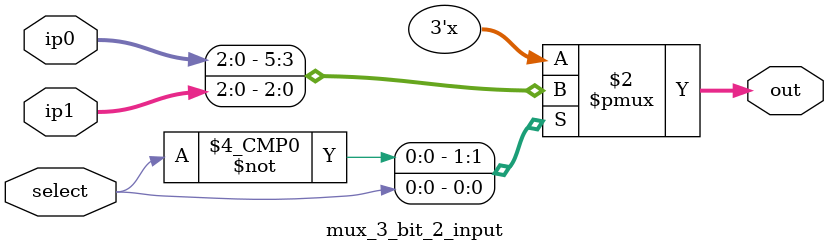
<source format=v>
module mux_3_bit_2_input(ip0, ip1, select, out);

	output reg [2:0] out;
	
	input  [2:0] ip0, ip1;
	input  select;
	
	always@(*) begin
		case(select)
			0: out = ip0;
			1: out = ip1;
			default: out = ip0;
		endcase
	end
	
endmodule
</source>
